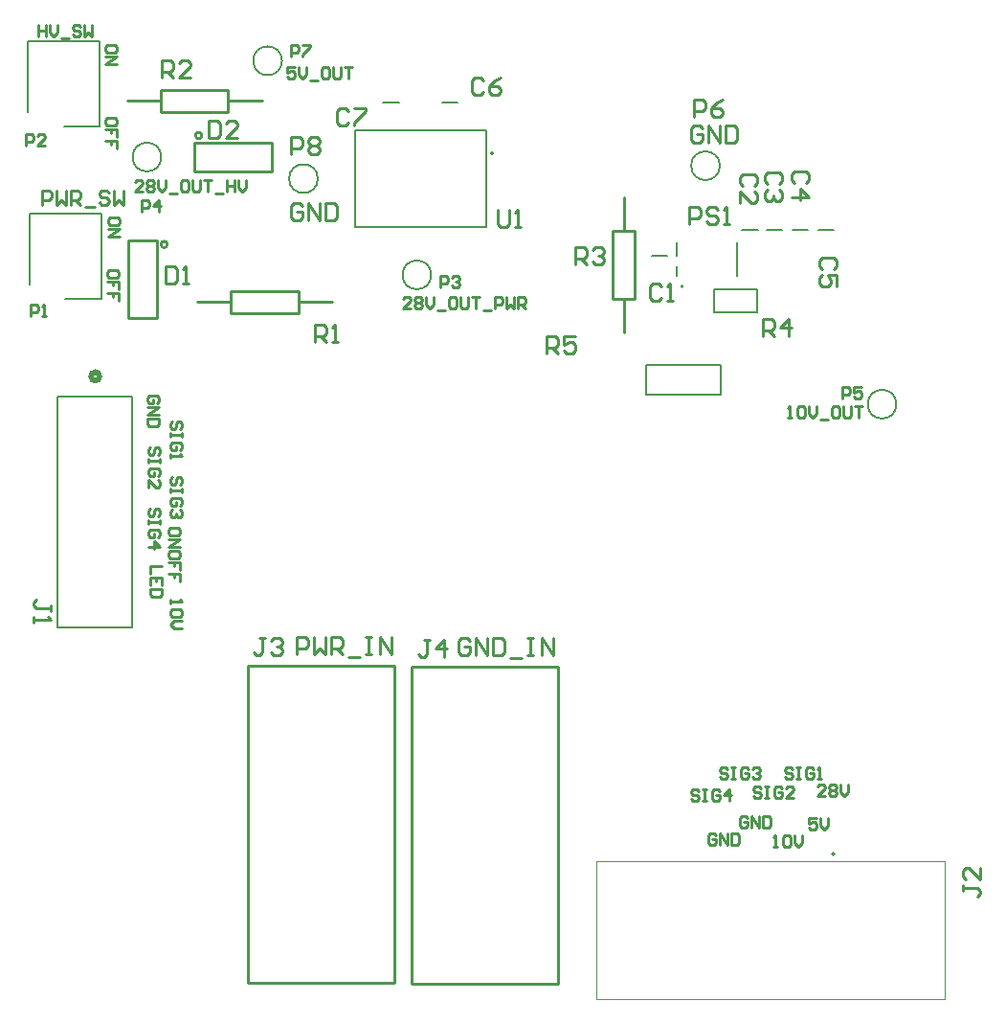
<source format=gto>
G04*
G04 #@! TF.GenerationSoftware,Altium Limited,Altium Designer,21.7.2 (23)*
G04*
G04 Layer_Color=65535*
%FSLAX25Y25*%
%MOIN*%
G70*
G04*
G04 #@! TF.SameCoordinates,983130B8-92BF-46AA-B9C2-0BED91E800B6*
G04*
G04*
G04 #@! TF.FilePolarity,Positive*
G04*
G01*
G75*
%ADD10C,0.00787*%
%ADD11C,0.01000*%
%ADD12C,0.02000*%
%ADD13C,0.00600*%
%ADD14C,0.00500*%
%ADD15C,0.00394*%
D10*
X267500Y274000D02*
G03*
X267500Y274000I-5000J0D01*
G01*
X329000Y191000D02*
G03*
X329000Y191000I-5000J0D01*
G01*
X188591Y278299D02*
G03*
X188591Y278299I-394J0D01*
G01*
X254732Y232051D02*
G03*
X254732Y232051I-394J0D01*
G01*
X307394Y34480D02*
G03*
X306606Y34480I-394J0D01*
G01*
D02*
G03*
X307394Y34480I394J0D01*
G01*
X127500Y269500D02*
G03*
X127500Y269500I-5000J0D01*
G01*
X115000Y310500D02*
G03*
X115000Y310500I-5000J0D01*
G01*
X73000Y277000D02*
G03*
X73000Y277000I-5000J0D01*
G01*
X167000Y236000D02*
G03*
X167000Y236000I-5000J0D01*
G01*
X292744Y251500D02*
X298256D01*
X39500Y227795D02*
X52000D01*
Y257205D01*
X27000D02*
X52000D01*
X27000Y232500D02*
Y257205D01*
X39000Y287795D02*
X51500D01*
Y317205D01*
X26500D02*
X51500D01*
X26500Y292500D02*
Y317205D01*
X243744Y242500D02*
X249256D01*
X275244Y251500D02*
X280756D01*
X170744Y296000D02*
X176256D01*
X150244D02*
X155756D01*
X283744Y251500D02*
X289256D01*
X301744D02*
X307256D01*
D11*
X87118Y284500D02*
G03*
X87118Y284500I-1118J0D01*
G01*
X75118Y246626D02*
G03*
X75118Y246626I-1118J0D01*
G01*
X84500Y272000D02*
Y282000D01*
X111500Y272000D02*
Y282000D01*
X84500D02*
X111500D01*
X84500Y272000D02*
X111500D01*
X97189Y222563D02*
X120811D01*
X97189Y230437D02*
X120811D01*
Y222563D02*
Y230437D01*
X97189Y222563D02*
X97189Y230437D01*
X85500Y226500D02*
X97189D01*
X120811D02*
X132500D01*
X61500Y221126D02*
Y248126D01*
X71500Y221126D02*
Y248126D01*
X61500Y221126D02*
X71500D01*
X61500Y248126D02*
X71500D01*
X61000Y296500D02*
X72689D01*
X96311D02*
X108000D01*
X96311Y292563D02*
Y300437D01*
X72689Y292563D02*
Y300437D01*
Y292563D02*
X96311D01*
X72689Y300437D02*
X96311D01*
X234000Y251311D02*
Y263000D01*
Y216000D02*
Y227689D01*
X230063D02*
X237937D01*
X230063Y251311D02*
X237937D01*
X230063Y227689D02*
Y251311D01*
X237937Y227689D02*
Y251311D01*
X103000Y-10236D02*
X154181D01*
X103000Y100000D02*
X154181D01*
X103000Y-10236D02*
Y100000D01*
X154181Y-10236D02*
Y100000D01*
X160000Y-10736D02*
X211181D01*
X160000Y99500D02*
X211181D01*
X160000Y-10736D02*
Y99500D01*
X211181Y-10736D02*
Y99500D01*
X277166Y46832D02*
X276499Y47499D01*
X275166D01*
X274500Y46832D01*
Y44166D01*
X275166Y43500D01*
X276499D01*
X277166Y44166D01*
Y45499D01*
X275833D01*
X278499Y43500D02*
Y47499D01*
X281165Y43500D01*
Y47499D01*
X282497D02*
Y43500D01*
X284497D01*
X285163Y44166D01*
Y46832D01*
X284497Y47499D01*
X282497D01*
X266166Y40832D02*
X265499Y41499D01*
X264166D01*
X263500Y40832D01*
Y38166D01*
X264166Y37500D01*
X265499D01*
X266166Y38166D01*
Y39499D01*
X264833D01*
X267499Y37500D02*
Y41499D01*
X270164Y37500D01*
Y41499D01*
X271497D02*
Y37500D01*
X273497D01*
X274163Y38166D01*
Y40832D01*
X273497Y41499D01*
X271497D01*
X57499Y314001D02*
Y315334D01*
X56832Y316000D01*
X54166D01*
X53500Y315334D01*
Y314001D01*
X54166Y313334D01*
X56832D01*
X57499Y314001D01*
X53500Y312001D02*
X57499D01*
X53500Y309335D01*
X57499D01*
Y288501D02*
Y289834D01*
X56832Y290500D01*
X54166D01*
X53500Y289834D01*
Y288501D01*
X54166Y287834D01*
X56832D01*
X57499Y288501D01*
Y283836D02*
Y286501D01*
X55499D01*
Y285168D01*
Y286501D01*
X53500D01*
X57499Y279837D02*
Y282503D01*
X55499D01*
Y281170D01*
Y282503D01*
X53500D01*
X57999Y235501D02*
Y236834D01*
X57332Y237500D01*
X54666D01*
X54000Y236834D01*
Y235501D01*
X54666Y234834D01*
X57332D01*
X57999Y235501D01*
Y230836D02*
Y233501D01*
X55999D01*
Y232168D01*
Y233501D01*
X54000D01*
X57999Y226837D02*
Y229503D01*
X55999D01*
Y228170D01*
Y229503D01*
X54000D01*
X79499Y146001D02*
Y147334D01*
X78832Y148000D01*
X76166D01*
X75500Y147334D01*
Y146001D01*
X76166Y145334D01*
X78832D01*
X79499Y146001D01*
X75500Y144001D02*
X79499D01*
X75500Y141335D01*
X79499D01*
Y138003D02*
Y139336D01*
X78832Y140003D01*
X76166D01*
X75500Y139336D01*
Y138003D01*
X76166Y137337D01*
X78832D01*
X79499Y138003D01*
Y133338D02*
Y136004D01*
X77499D01*
Y134671D01*
Y136004D01*
X75500D01*
X79499Y129339D02*
Y132005D01*
X77499D01*
Y130672D01*
Y132005D01*
X75500D01*
X76000Y123000D02*
Y121667D01*
Y122334D01*
X79999D01*
X79332Y123000D01*
Y119668D02*
X79999Y119001D01*
Y117668D01*
X79332Y117002D01*
X76666D01*
X76000Y117668D01*
Y119001D01*
X76666Y119668D01*
X79332D01*
X79999Y115669D02*
X77333D01*
X76000Y114336D01*
X77333Y113003D01*
X79999D01*
X79332Y182334D02*
X79999Y183001D01*
Y184334D01*
X79332Y185000D01*
X78666D01*
X77999Y184334D01*
Y183001D01*
X77333Y182334D01*
X76666D01*
X76000Y183001D01*
Y184334D01*
X76666Y185000D01*
X79999Y181001D02*
Y179668D01*
Y180335D01*
X76000D01*
Y181001D01*
Y179668D01*
X79332Y175003D02*
X79999Y175670D01*
Y177003D01*
X79332Y177669D01*
X76666D01*
X76000Y177003D01*
Y175670D01*
X76666Y175003D01*
X77999D01*
Y176336D01*
X76000Y173670D02*
Y172337D01*
Y173004D01*
X79999D01*
X79332Y173670D01*
Y162834D02*
X79999Y163501D01*
Y164833D01*
X79332Y165500D01*
X78666D01*
X77999Y164833D01*
Y163501D01*
X77333Y162834D01*
X76666D01*
X76000Y163501D01*
Y164833D01*
X76666Y165500D01*
X79999Y161501D02*
Y160168D01*
Y160835D01*
X76000D01*
Y161501D01*
Y160168D01*
X79332Y155503D02*
X79999Y156170D01*
Y157503D01*
X79332Y158169D01*
X76666D01*
X76000Y157503D01*
Y156170D01*
X76666Y155503D01*
X77999D01*
Y156836D01*
X79332Y154170D02*
X79999Y153504D01*
Y152171D01*
X79332Y151505D01*
X78666D01*
X77999Y152171D01*
Y152837D01*
Y152171D01*
X77333Y151505D01*
X76666D01*
X76000Y152171D01*
Y153504D01*
X76666Y154170D01*
X71332Y191334D02*
X71999Y192001D01*
Y193333D01*
X71332Y194000D01*
X68666D01*
X68000Y193333D01*
Y192001D01*
X68666Y191334D01*
X69999D01*
Y192667D01*
X68000Y190001D02*
X71999D01*
X68000Y187336D01*
X71999D01*
Y186003D02*
X68000D01*
Y184003D01*
X68666Y183337D01*
X71332D01*
X71999Y184003D01*
Y186003D01*
X71832Y173334D02*
X72499Y174001D01*
Y175333D01*
X71832Y176000D01*
X71166D01*
X70499Y175333D01*
Y174001D01*
X69833Y173334D01*
X69166D01*
X68500Y174001D01*
Y175333D01*
X69166Y176000D01*
X72499Y172001D02*
Y170668D01*
Y171335D01*
X68500D01*
Y172001D01*
Y170668D01*
X71832Y166003D02*
X72499Y166670D01*
Y168003D01*
X71832Y168669D01*
X69166D01*
X68500Y168003D01*
Y166670D01*
X69166Y166003D01*
X70499D01*
Y167336D01*
X68500Y162004D02*
Y164670D01*
X71166Y162004D01*
X71832D01*
X72499Y162671D01*
Y164004D01*
X71832Y164670D01*
Y151834D02*
X72499Y152501D01*
Y153833D01*
X71832Y154500D01*
X71166D01*
X70499Y153833D01*
Y152501D01*
X69833Y151834D01*
X69166D01*
X68500Y152501D01*
Y153833D01*
X69166Y154500D01*
X72499Y150501D02*
Y149168D01*
Y149835D01*
X68500D01*
Y150501D01*
Y149168D01*
X71832Y144503D02*
X72499Y145170D01*
Y146503D01*
X71832Y147169D01*
X69166D01*
X68500Y146503D01*
Y145170D01*
X69166Y144503D01*
X70499D01*
Y145836D01*
X68500Y141171D02*
X72499D01*
X70499Y143170D01*
Y140505D01*
X72999Y134500D02*
X69000D01*
Y131834D01*
X72999Y127836D02*
Y130501D01*
X69000D01*
Y127836D01*
X70999Y130501D02*
Y129168D01*
X72999Y126503D02*
X69000D01*
Y124503D01*
X69666Y123837D01*
X72332D01*
X72999Y124503D01*
Y126503D01*
X58499Y254001D02*
Y255334D01*
X57832Y256000D01*
X55166D01*
X54500Y255334D01*
Y254001D01*
X55166Y253334D01*
X57832D01*
X58499Y254001D01*
X54500Y252001D02*
X58499D01*
X54500Y249336D01*
X58499D01*
X292666Y63832D02*
X291999Y64499D01*
X290666D01*
X290000Y63832D01*
Y63166D01*
X290666Y62499D01*
X291999D01*
X292666Y61833D01*
Y61166D01*
X291999Y60500D01*
X290666D01*
X290000Y61166D01*
X293999Y64499D02*
X295332D01*
X294665D01*
Y60500D01*
X293999D01*
X295332D01*
X299997Y63832D02*
X299330Y64499D01*
X297997D01*
X297331Y63832D01*
Y61166D01*
X297997Y60500D01*
X299330D01*
X299997Y61166D01*
Y62499D01*
X298664D01*
X301330Y60500D02*
X302663D01*
X301996D01*
Y64499D01*
X301330Y63832D01*
X304166Y54500D02*
X301500D01*
X304166Y57166D01*
Y57832D01*
X303499Y58499D01*
X302166D01*
X301500Y57832D01*
X305499D02*
X306165Y58499D01*
X307498D01*
X308165Y57832D01*
Y57166D01*
X307498Y56499D01*
X308165Y55833D01*
Y55166D01*
X307498Y54500D01*
X306165D01*
X305499Y55166D01*
Y55833D01*
X306165Y56499D01*
X305499Y57166D01*
Y57832D01*
X306165Y56499D02*
X307498D01*
X309497Y58499D02*
Y55833D01*
X310830Y54500D01*
X312163Y55833D01*
Y58499D01*
X301166Y46999D02*
X298500D01*
Y44999D01*
X299833Y45666D01*
X300499D01*
X301166Y44999D01*
Y43666D01*
X300499Y43000D01*
X299166D01*
X298500Y43666D01*
X302499Y46999D02*
Y44333D01*
X303832Y43000D01*
X305165Y44333D01*
Y46999D01*
X281666Y57332D02*
X280999Y57999D01*
X279666D01*
X279000Y57332D01*
Y56666D01*
X279666Y55999D01*
X280999D01*
X281666Y55333D01*
Y54666D01*
X280999Y54000D01*
X279666D01*
X279000Y54666D01*
X282999Y57999D02*
X284332D01*
X283665D01*
Y54000D01*
X282999D01*
X284332D01*
X288997Y57332D02*
X288330Y57999D01*
X286997D01*
X286331Y57332D01*
Y54666D01*
X286997Y54000D01*
X288330D01*
X288997Y54666D01*
Y55999D01*
X287664D01*
X292996Y54000D02*
X290330D01*
X292996Y56666D01*
Y57332D01*
X292329Y57999D01*
X290996D01*
X290330Y57332D01*
X260166Y56332D02*
X259499Y56999D01*
X258166D01*
X257500Y56332D01*
Y55666D01*
X258166Y54999D01*
X259499D01*
X260166Y54333D01*
Y53666D01*
X259499Y53000D01*
X258166D01*
X257500Y53666D01*
X261499Y56999D02*
X262832D01*
X262165D01*
Y53000D01*
X261499D01*
X262832D01*
X267497Y56332D02*
X266830Y56999D01*
X265497D01*
X264831Y56332D01*
Y53666D01*
X265497Y53000D01*
X266830D01*
X267497Y53666D01*
Y54999D01*
X266164D01*
X270829Y53000D02*
Y56999D01*
X268830Y54999D01*
X271496D01*
X286000Y37000D02*
X287333D01*
X286666D01*
Y40999D01*
X286000Y40332D01*
X289332D02*
X289999Y40999D01*
X291332D01*
X291998Y40332D01*
Y37666D01*
X291332Y37000D01*
X289999D01*
X289332Y37666D01*
Y40332D01*
X293331Y40999D02*
Y38333D01*
X294664Y37000D01*
X295997Y38333D01*
Y40999D01*
X270166Y63832D02*
X269499Y64499D01*
X268166D01*
X267500Y63832D01*
Y63166D01*
X268166Y62499D01*
X269499D01*
X270166Y61833D01*
Y61166D01*
X269499Y60500D01*
X268166D01*
X267500Y61166D01*
X271499Y64499D02*
X272832D01*
X272165D01*
Y60500D01*
X271499D01*
X272832D01*
X277497Y63832D02*
X276830Y64499D01*
X275497D01*
X274831Y63832D01*
Y61166D01*
X275497Y60500D01*
X276830D01*
X277497Y61166D01*
Y62499D01*
X276164D01*
X278830Y63832D02*
X279496Y64499D01*
X280829D01*
X281495Y63832D01*
Y63166D01*
X280829Y62499D01*
X280163D01*
X280829D01*
X281495Y61833D01*
Y61166D01*
X280829Y60500D01*
X279496D01*
X278830Y61166D01*
X207000Y208600D02*
Y214598D01*
X209999D01*
X210999Y213598D01*
Y211599D01*
X209999Y210599D01*
X207000D01*
X208999D02*
X210999Y208600D01*
X216997Y214598D02*
X212998D01*
Y211599D01*
X214997Y212599D01*
X215997D01*
X216997Y211599D01*
Y209600D01*
X215997Y208600D01*
X213998D01*
X212998Y209600D01*
X258502Y291001D02*
Y296999D01*
X261501D01*
X262500Y295999D01*
Y294000D01*
X261501Y293000D01*
X258502D01*
X268498Y296999D02*
X266499Y295999D01*
X264500Y294000D01*
Y292001D01*
X265499Y291001D01*
X267499D01*
X268498Y292001D01*
Y293000D01*
X267499Y294000D01*
X264500D01*
X261501Y286999D02*
X260502Y287999D01*
X258502D01*
X257503Y286999D01*
Y283001D01*
X258502Y282001D01*
X260502D01*
X261501Y283001D01*
Y285000D01*
X259502D01*
X263501Y282001D02*
Y287999D01*
X267499Y282001D01*
Y287999D01*
X269499D02*
Y282001D01*
X272498D01*
X273497Y283001D01*
Y286999D01*
X272498Y287999D01*
X269499D01*
X89502Y289499D02*
Y283501D01*
X92501D01*
X93500Y284501D01*
Y288499D01*
X92501Y289499D01*
X89502D01*
X99498Y283501D02*
X95500D01*
X99498Y287500D01*
Y288499D01*
X98499Y289499D01*
X96499D01*
X95500Y288499D01*
X217002Y239501D02*
Y245499D01*
X220001D01*
X221000Y244499D01*
Y242500D01*
X220001Y241500D01*
X217002D01*
X219001D02*
X221000Y239501D01*
X223000Y244499D02*
X223999Y245499D01*
X225999D01*
X226998Y244499D01*
Y243500D01*
X225999Y242500D01*
X224999D01*
X225999D01*
X226998Y241500D01*
Y240501D01*
X225999Y239501D01*
X223999D01*
X223000Y240501D01*
X256746Y253816D02*
Y259814D01*
X259745D01*
X260745Y258814D01*
Y256815D01*
X259745Y255815D01*
X256746D01*
X266743Y258814D02*
X265743Y259814D01*
X263744D01*
X262744Y258814D01*
Y257815D01*
X263744Y256815D01*
X265743D01*
X266743Y255815D01*
Y254816D01*
X265743Y253816D01*
X263744D01*
X262744Y254816D01*
X268742Y253816D02*
X270742D01*
X269742D01*
Y259814D01*
X268742Y258814D01*
X306999Y238000D02*
X307999Y238999D01*
Y240999D01*
X306999Y241998D01*
X303001D01*
X302001Y240999D01*
Y238999D01*
X303001Y238000D01*
X307999Y232002D02*
Y236000D01*
X305000D01*
X306000Y234001D01*
Y233001D01*
X305000Y232002D01*
X303001D01*
X302001Y233001D01*
Y235001D01*
X303001Y236000D01*
X297499Y268000D02*
X298499Y268999D01*
Y270999D01*
X297499Y271998D01*
X293501D01*
X292501Y270999D01*
Y268999D01*
X293501Y268000D01*
X292501Y263001D02*
X298499D01*
X295500Y266000D01*
Y262002D01*
X287999Y267500D02*
X288999Y268499D01*
Y270499D01*
X287999Y271498D01*
X284001D01*
X283001Y270499D01*
Y268499D01*
X284001Y267500D01*
X287999Y265500D02*
X288999Y264501D01*
Y262501D01*
X287999Y261502D01*
X287000D01*
X286000Y262501D01*
Y263501D01*
Y262501D01*
X285000Y261502D01*
X284001D01*
X283001Y262501D01*
Y264501D01*
X284001Y265500D01*
X118000Y278000D02*
Y283998D01*
X120999D01*
X121999Y282998D01*
Y280999D01*
X120999Y279999D01*
X118000D01*
X123998Y282998D02*
X124998Y283998D01*
X126997D01*
X127997Y282998D01*
Y281999D01*
X126997Y280999D01*
X127997Y279999D01*
Y279000D01*
X126997Y278000D01*
X124998D01*
X123998Y279000D01*
Y279999D01*
X124998Y280999D01*
X123998Y281999D01*
Y282998D01*
X124998Y280999D02*
X126997D01*
X121999Y259998D02*
X120999Y260998D01*
X119000D01*
X118000Y259998D01*
Y256000D01*
X119000Y255000D01*
X120999D01*
X121999Y256000D01*
Y257999D01*
X119999D01*
X123998Y255000D02*
Y260998D01*
X127997Y255000D01*
Y260998D01*
X129996D02*
Y255000D01*
X132995D01*
X133995Y256000D01*
Y259998D01*
X132995Y260998D01*
X129996D01*
X190001Y258499D02*
Y253501D01*
X191001Y252501D01*
X193000D01*
X194000Y253501D01*
Y258499D01*
X195999Y252501D02*
X197999D01*
X196999D01*
Y258499D01*
X195999Y257499D01*
X126501Y212501D02*
Y218499D01*
X129500D01*
X130500Y217499D01*
Y215500D01*
X129500Y214500D01*
X126501D01*
X128501D02*
X130500Y212501D01*
X132499D02*
X134499D01*
X133499D01*
Y218499D01*
X132499Y217499D01*
X282502Y214501D02*
Y220499D01*
X285501D01*
X286500Y219499D01*
Y217500D01*
X285501Y216500D01*
X282502D01*
X284501D02*
X286500Y214501D01*
X291499D02*
Y220499D01*
X288500Y217500D01*
X292498D01*
X73002Y304501D02*
Y310499D01*
X76001D01*
X77000Y309499D01*
Y307500D01*
X76001Y306500D01*
X73002D01*
X75001D02*
X77000Y304501D01*
X82998D02*
X79000D01*
X82998Y308500D01*
Y309499D01*
X81999Y310499D01*
X79999D01*
X79000Y309499D01*
X118168Y312001D02*
Y315999D01*
X120167D01*
X120834Y315333D01*
Y314000D01*
X120167Y313334D01*
X118168D01*
X122167Y315999D02*
X124832D01*
Y315333D01*
X122167Y312667D01*
Y312001D01*
X119336Y308333D02*
X116670D01*
Y306333D01*
X118003Y307000D01*
X118670D01*
X119336Y306333D01*
Y305000D01*
X118670Y304334D01*
X117337D01*
X116670Y305000D01*
X120669Y308333D02*
Y305667D01*
X122002Y304334D01*
X123335Y305667D01*
Y308333D01*
X124668Y303667D02*
X127333D01*
X130666Y308333D02*
X129333D01*
X128666Y307666D01*
Y305000D01*
X129333Y304334D01*
X130666D01*
X131332Y305000D01*
Y307666D01*
X130666Y308333D01*
X132665D02*
Y305000D01*
X133332Y304334D01*
X134664D01*
X135331Y305000D01*
Y308333D01*
X136664D02*
X139330D01*
X137997D01*
Y304334D01*
X310168Y193001D02*
Y196999D01*
X312167D01*
X312834Y196333D01*
Y195000D01*
X312167Y194334D01*
X310168D01*
X316832Y196999D02*
X314166D01*
Y195000D01*
X315499Y195667D01*
X316166D01*
X316832Y195000D01*
Y193667D01*
X316166Y193001D01*
X314833D01*
X314166Y193667D01*
X291004Y186334D02*
X292337D01*
X291671D01*
Y190333D01*
X291004Y189666D01*
X294337D02*
X295003Y190333D01*
X296336D01*
X297002Y189666D01*
Y187000D01*
X296336Y186334D01*
X295003D01*
X294337Y187000D01*
Y189666D01*
X298335Y190333D02*
Y187667D01*
X299668Y186334D01*
X301001Y187667D01*
Y190333D01*
X302334Y185667D02*
X305000D01*
X308332Y190333D02*
X306999D01*
X306333Y189666D01*
Y187000D01*
X306999Y186334D01*
X308332D01*
X308998Y187000D01*
Y189666D01*
X308332Y190333D01*
X310331D02*
Y187000D01*
X310998Y186334D01*
X312331D01*
X312997Y187000D01*
Y190333D01*
X314330D02*
X316996D01*
X315663D01*
Y186334D01*
X25668Y281001D02*
Y284999D01*
X27667D01*
X28334Y284333D01*
Y283000D01*
X27667Y282334D01*
X25668D01*
X32332Y281001D02*
X29667D01*
X32332Y283666D01*
Y284333D01*
X31666Y284999D01*
X30333D01*
X29667Y284333D01*
X30170Y322833D02*
Y318834D01*
Y320833D01*
X32836D01*
Y322833D01*
Y318834D01*
X34168Y322833D02*
Y320167D01*
X35501Y318834D01*
X36834Y320167D01*
Y322833D01*
X38167Y318167D02*
X40833D01*
X44832Y322166D02*
X44165Y322833D01*
X42832D01*
X42166Y322166D01*
Y321500D01*
X42832Y320833D01*
X44165D01*
X44832Y320167D01*
Y319500D01*
X44165Y318834D01*
X42832D01*
X42166Y319500D01*
X46165Y322833D02*
Y318834D01*
X47497Y320167D01*
X48830Y318834D01*
Y322833D01*
X170168Y231501D02*
Y235499D01*
X172167D01*
X172834Y234833D01*
Y233500D01*
X172167Y232834D01*
X170168D01*
X174167Y234833D02*
X174833Y235499D01*
X176166D01*
X176832Y234833D01*
Y234166D01*
X176166Y233500D01*
X175499D01*
X176166D01*
X176832Y232834D01*
Y232167D01*
X176166Y231501D01*
X174833D01*
X174167Y232167D01*
X159839Y224334D02*
X157174D01*
X159839Y227000D01*
Y227666D01*
X159173Y228333D01*
X157840D01*
X157174Y227666D01*
X161172D02*
X161839Y228333D01*
X163172D01*
X163838Y227666D01*
Y227000D01*
X163172Y226333D01*
X163838Y225667D01*
Y225000D01*
X163172Y224334D01*
X161839D01*
X161172Y225000D01*
Y225667D01*
X161839Y226333D01*
X161172Y227000D01*
Y227666D01*
X161839Y226333D02*
X163172D01*
X165171Y228333D02*
Y225667D01*
X166504Y224334D01*
X167837Y225667D01*
Y228333D01*
X169170Y223667D02*
X171835D01*
X175168Y228333D02*
X173835D01*
X173168Y227666D01*
Y225000D01*
X173835Y224334D01*
X175168D01*
X175834Y225000D01*
Y227666D01*
X175168Y228333D01*
X177167D02*
Y225000D01*
X177833Y224334D01*
X179166D01*
X179833Y225000D01*
Y228333D01*
X181166D02*
X183832D01*
X182499D01*
Y224334D01*
X185164Y223667D02*
X187830D01*
X189163Y224334D02*
Y228333D01*
X191163D01*
X191829Y227666D01*
Y226333D01*
X191163Y225667D01*
X189163D01*
X193162Y228333D02*
Y224334D01*
X194495Y225667D01*
X195828Y224334D01*
Y228333D01*
X197161Y224334D02*
Y228333D01*
X199160D01*
X199826Y227666D01*
Y226333D01*
X199160Y225667D01*
X197161D01*
X198494D02*
X199826Y224334D01*
X27334Y221501D02*
Y225499D01*
X29334D01*
X30000Y224833D01*
Y223500D01*
X29334Y222834D01*
X27334D01*
X31333Y221501D02*
X32666D01*
X31999D01*
Y225499D01*
X31333Y224833D01*
X31338Y260417D02*
Y265416D01*
X33837D01*
X34670Y264583D01*
Y262916D01*
X33837Y262084D01*
X31338D01*
X36336Y265416D02*
Y260417D01*
X38002Y262084D01*
X39669Y260417D01*
Y265416D01*
X41335Y260417D02*
Y265416D01*
X43834D01*
X44667Y264583D01*
Y262916D01*
X43834Y262084D01*
X41335D01*
X43001D02*
X44667Y260417D01*
X46333Y259584D02*
X49665D01*
X54664Y264583D02*
X53831Y265416D01*
X52165D01*
X51331Y264583D01*
Y263750D01*
X52165Y262916D01*
X53831D01*
X54664Y262084D01*
Y261250D01*
X53831Y260417D01*
X52165D01*
X51331Y261250D01*
X56330Y265416D02*
Y260417D01*
X57996Y262084D01*
X59662Y260417D01*
Y265416D01*
X66168Y258001D02*
Y261999D01*
X68167D01*
X68834Y261333D01*
Y260000D01*
X68167Y259334D01*
X66168D01*
X72166Y258001D02*
Y261999D01*
X70166Y260000D01*
X72832D01*
X66339Y264834D02*
X63673D01*
X66339Y267500D01*
Y268166D01*
X65672Y268833D01*
X64339D01*
X63673Y268166D01*
X67672D02*
X68338Y268833D01*
X69671D01*
X70337Y268166D01*
Y267500D01*
X69671Y266833D01*
X70337Y266167D01*
Y265500D01*
X69671Y264834D01*
X68338D01*
X67672Y265500D01*
Y266167D01*
X68338Y266833D01*
X67672Y267500D01*
Y268166D01*
X68338Y266833D02*
X69671D01*
X71670Y268833D02*
Y266167D01*
X73003Y264834D01*
X74336Y266167D01*
Y268833D01*
X75669Y264167D02*
X78335D01*
X81667Y268833D02*
X80334D01*
X79668Y268166D01*
Y265500D01*
X80334Y264834D01*
X81667D01*
X82334Y265500D01*
Y268166D01*
X81667Y268833D01*
X83666D02*
Y265500D01*
X84333Y264834D01*
X85666D01*
X86332Y265500D01*
Y268833D01*
X87665D02*
X90331D01*
X88998D01*
Y264834D01*
X91664Y264167D02*
X94330D01*
X95663Y268833D02*
Y264834D01*
Y266833D01*
X98328D01*
Y268833D01*
Y264834D01*
X99661Y268833D02*
Y266167D01*
X100994Y264834D01*
X102327Y266167D01*
Y268833D01*
X166500Y108999D02*
X164501D01*
X165501D01*
Y104001D01*
X164501Y103001D01*
X163501D01*
X162502Y104001D01*
X171499Y103001D02*
Y108999D01*
X168500Y106000D01*
X172498D01*
X180504Y108499D02*
X179504Y109499D01*
X177505D01*
X176505Y108499D01*
Y104500D01*
X177505Y103501D01*
X179504D01*
X180504Y104500D01*
Y106500D01*
X178505D01*
X182503Y103501D02*
Y109499D01*
X186502Y103501D01*
Y109499D01*
X188502D02*
Y103501D01*
X191500D01*
X192500Y104500D01*
Y108499D01*
X191500Y109499D01*
X188502D01*
X194500Y102501D02*
X198498D01*
X200498Y109499D02*
X202497D01*
X201497D01*
Y103501D01*
X200498D01*
X202497D01*
X205496D02*
Y109499D01*
X209495Y103501D01*
Y109499D01*
X109000Y109499D02*
X107001D01*
X108001D01*
Y104501D01*
X107001Y103501D01*
X106001D01*
X105002Y104501D01*
X111000Y108499D02*
X111999Y109499D01*
X113999D01*
X114998Y108499D01*
Y107500D01*
X113999Y106500D01*
X112999D01*
X113999D01*
X114998Y105500D01*
Y104501D01*
X113999Y103501D01*
X111999D01*
X111000Y104501D01*
X120005Y104001D02*
Y109999D01*
X123004D01*
X124004Y108999D01*
Y107000D01*
X123004Y106000D01*
X120005D01*
X126003Y109999D02*
Y104001D01*
X128003Y106000D01*
X130002Y104001D01*
Y109999D01*
X132001Y104001D02*
Y109999D01*
X135001D01*
X136000Y108999D01*
Y107000D01*
X135001Y106000D01*
X132001D01*
X134001D02*
X136000Y104001D01*
X137999Y103001D02*
X141998D01*
X143998Y109999D02*
X145997D01*
X144997D01*
Y104001D01*
X143998D01*
X145997D01*
X148996D02*
Y109999D01*
X152995Y104001D01*
Y109999D01*
X352237Y23819D02*
Y21820D01*
Y22819D01*
X357236D01*
X358235Y21820D01*
Y20820D01*
X357236Y19820D01*
X358235Y29817D02*
Y25819D01*
X354237Y29817D01*
X353237D01*
X352237Y28818D01*
Y26818D01*
X353237Y25819D01*
X34499Y119000D02*
Y120999D01*
Y120000D01*
X29501D01*
X28501Y120999D01*
Y121999D01*
X29501Y122999D01*
X28501Y117001D02*
Y115001D01*
Y116001D01*
X34499D01*
X33499Y117001D01*
X74501Y238999D02*
Y233001D01*
X77500D01*
X78500Y234001D01*
Y237999D01*
X77500Y238999D01*
X74501D01*
X80499Y233001D02*
X82499D01*
X81499D01*
Y238999D01*
X80499Y237999D01*
X138000Y292999D02*
X137001Y293999D01*
X135001D01*
X134002Y292999D01*
Y289001D01*
X135001Y288001D01*
X137001D01*
X138000Y289001D01*
X140000Y293999D02*
X143998D01*
Y292999D01*
X140000Y289001D01*
Y288001D01*
X185000Y303499D02*
X184001Y304499D01*
X182001D01*
X181002Y303499D01*
Y299501D01*
X182001Y298501D01*
X184001D01*
X185000Y299501D01*
X190998Y304499D02*
X188999Y303499D01*
X187000Y301500D01*
Y299501D01*
X187999Y298501D01*
X189999D01*
X190998Y299501D01*
Y300500D01*
X189999Y301500D01*
X187000D01*
X279499Y267000D02*
X280499Y267999D01*
Y269999D01*
X279499Y270998D01*
X275501D01*
X274501Y269999D01*
Y267999D01*
X275501Y267000D01*
X274501Y261002D02*
Y265000D01*
X278500Y261002D01*
X279499D01*
X280499Y262001D01*
Y264001D01*
X279499Y265000D01*
X247000Y231999D02*
X246000Y232999D01*
X244001D01*
X243001Y231999D01*
Y228001D01*
X244001Y227001D01*
X246000D01*
X247000Y228001D01*
X248999Y227001D02*
X250999D01*
X249999D01*
Y232999D01*
X248999Y231999D01*
D12*
X51500Y200700D02*
G03*
X51500Y200700I-1500J0D01*
G01*
D13*
X267800Y194350D02*
Y204650D01*
X241800Y194350D02*
X267800D01*
X241800D02*
Y204650D01*
X267800D01*
X265400Y222850D02*
X280600D01*
Y231150D01*
X265400D02*
X280600D01*
X265400Y222850D02*
Y231150D01*
X36700Y193700D02*
X62700D01*
Y113300D02*
Y193700D01*
X36700Y113300D02*
X62700D01*
X36700D02*
Y193700D01*
D14*
X186031Y252709D02*
Y286173D01*
X140362D02*
X186031D01*
X140362Y252709D02*
Y286173D01*
Y252709D02*
X186031D01*
X273413Y235595D02*
Y247406D01*
X252587Y242563D02*
Y247406D01*
Y235595D02*
Y239059D01*
D15*
X224539Y32039D02*
X345839D01*
Y-15992D02*
Y32039D01*
X224539Y-15992D02*
X345839D01*
X224539D02*
Y32039D01*
M02*

</source>
